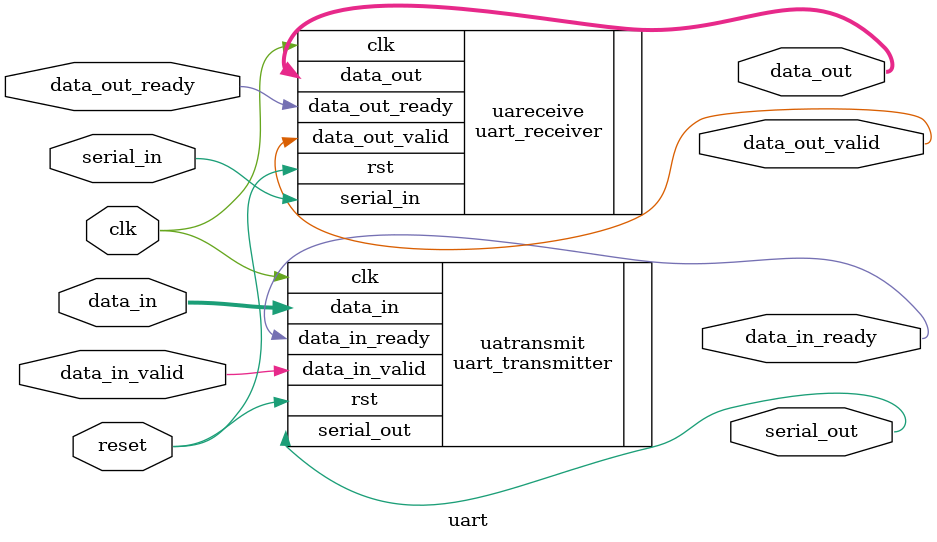
<source format=v>
`timescale 1ns / 1ps

module uart #(
  parameter CLOCK_FREQ = 125_000_000,
  parameter BAUD_RATE  = 115_200)
(
    input clk,
    input reset,

    input [7:0] data_in,
    input data_in_valid,
    output data_in_ready,

    output [7:0] data_out,
    output data_out_valid,
    input data_out_ready,

    input serial_in,
    output serial_out
);
  
   uart_transmitter #(
        .CLOCK_FREQ(CLOCK_FREQ),
        .BAUD_RATE(BAUD_RATE)
    ) uatransmit (
        .clk(clk),
        .rst(reset),
        .data_in(data_in),
        .data_in_valid(data_in_valid),
        .data_in_ready(data_in_ready),
        .serial_out(serial_out));

    uart_receiver #(
        .CLOCK_FREQ(CLOCK_FREQ),
        .BAUD_RATE(BAUD_RATE)
    ) uareceive (
        .clk(clk),
        .rst(reset),
        .data_out(data_out),
        .data_out_valid(data_out_valid),
        .data_out_ready(data_out_ready),
        .serial_in(serial_in));  

endmodule

</source>
